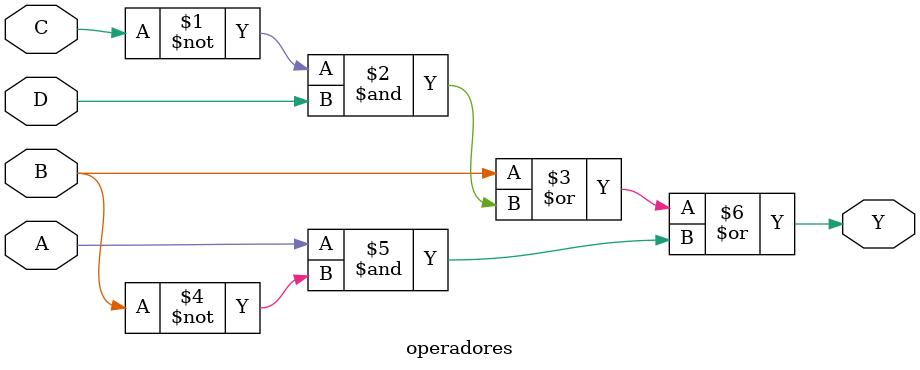
<source format=v>
module gateLevel(input wire A, B, C, D, output Y);

	wire w2, w3, w5, w6;
	not (w2, B);
	not (w3, C);
	and (w5, w3, D);
	and (w6, A, w2);
	or (Y, B, w5, w6);

endmodule

module  operadores(input wire A, B, C, D, output Y);

	assign Y= B | (~C&D) | (A&~B);
	
endmodule
</source>
